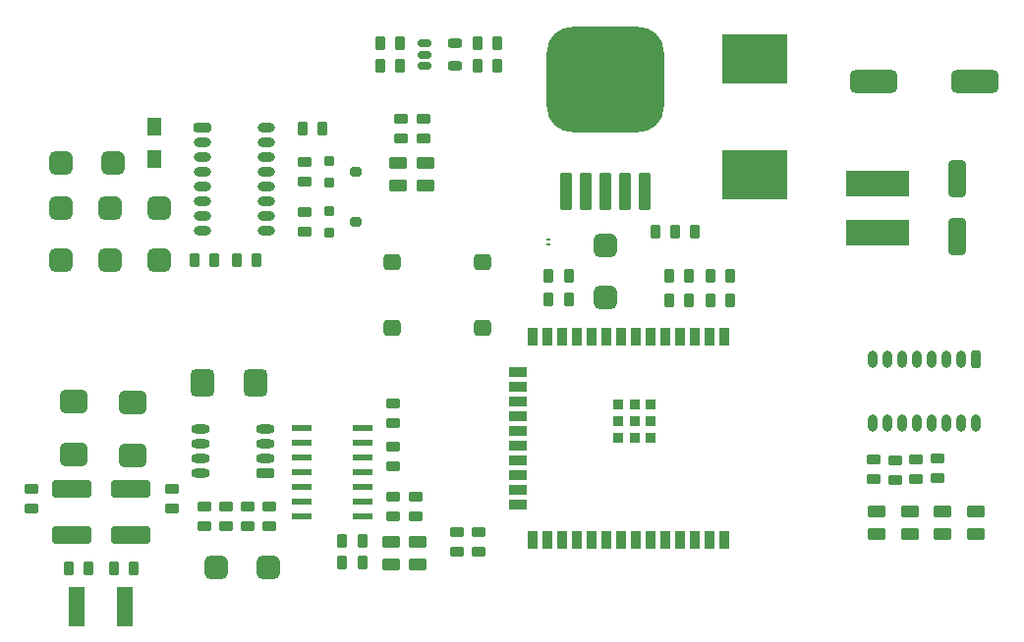
<source format=gbr>
%TF.GenerationSoftware,Altium Limited,Altium Designer,21.3.2 (30)*%
G04 Layer_Color=8421504*
%FSLAX26Y26*%
%MOIN*%
%TF.SameCoordinates,FFAA3912-E1DC-4B59-95C2-56FC1F4E7B50*%
%TF.FilePolarity,Positive*%
%TF.FileFunction,Paste,Top*%
%TF.Part,Single*%
G01*
G75*
%TA.AperFunction,SMDPad,CuDef*%
%ADD10R,0.220472X0.165354*%
%ADD11R,0.216535X0.088583*%
G04:AMPARAMS|DCode=12|XSize=23.622mil|YSize=47.244mil|CornerRadius=5.906mil|HoleSize=0mil|Usage=FLASHONLY|Rotation=90.000|XOffset=0mil|YOffset=0mil|HoleType=Round|Shape=RoundedRectangle|*
%AMROUNDEDRECTD12*
21,1,0.023622,0.035433,0,0,90.0*
21,1,0.011811,0.047244,0,0,90.0*
1,1,0.011811,0.017717,0.005906*
1,1,0.011811,0.017717,-0.005906*
1,1,0.011811,-0.017717,-0.005906*
1,1,0.011811,-0.017717,0.005906*
%
%ADD12ROUNDEDRECTD12*%
G04:AMPARAMS|DCode=13|XSize=31.496mil|YSize=47.244mil|CornerRadius=7.874mil|HoleSize=0mil|Usage=FLASHONLY|Rotation=90.000|XOffset=0mil|YOffset=0mil|HoleType=Round|Shape=RoundedRectangle|*
%AMROUNDEDRECTD13*
21,1,0.031496,0.031496,0,0,90.0*
21,1,0.015748,0.047244,0,0,90.0*
1,1,0.015748,0.015748,0.007874*
1,1,0.015748,0.015748,-0.007874*
1,1,0.015748,-0.015748,-0.007874*
1,1,0.015748,-0.015748,0.007874*
%
%ADD13ROUNDEDRECTD13*%
%ADD14O,0.059843X0.031496*%
G04:AMPARAMS|DCode=15|XSize=31.496mil|YSize=59.843mil|CornerRadius=7.874mil|HoleSize=0mil|Usage=FLASHONLY|Rotation=90.000|XOffset=0mil|YOffset=0mil|HoleType=Round|Shape=RoundedRectangle|*
%AMROUNDEDRECTD15*
21,1,0.031496,0.044094,0,0,90.0*
21,1,0.015748,0.059843,0,0,90.0*
1,1,0.015748,0.022047,0.007874*
1,1,0.015748,0.022047,-0.007874*
1,1,0.015748,-0.022047,-0.007874*
1,1,0.015748,-0.022047,0.007874*
%
%ADD15ROUNDEDRECTD15*%
%ADD16R,0.051181X0.061024*%
G04:AMPARAMS|DCode=17|XSize=47.244mil|YSize=35.433mil|CornerRadius=8.858mil|HoleSize=0mil|Usage=FLASHONLY|Rotation=180.000|XOffset=0mil|YOffset=0mil|HoleType=Round|Shape=RoundedRectangle|*
%AMROUNDEDRECTD17*
21,1,0.047244,0.017717,0,0,180.0*
21,1,0.029528,0.035433,0,0,180.0*
1,1,0.017716,-0.014764,0.008858*
1,1,0.017716,0.014764,0.008858*
1,1,0.017716,0.014764,-0.008858*
1,1,0.017716,-0.014764,-0.008858*
%
%ADD17ROUNDEDRECTD17*%
G04:AMPARAMS|DCode=18|XSize=47.244mil|YSize=35.433mil|CornerRadius=8.858mil|HoleSize=0mil|Usage=FLASHONLY|Rotation=270.000|XOffset=0mil|YOffset=0mil|HoleType=Round|Shape=RoundedRectangle|*
%AMROUNDEDRECTD18*
21,1,0.047244,0.017717,0,0,270.0*
21,1,0.029528,0.035433,0,0,270.0*
1,1,0.017716,-0.008858,-0.014764*
1,1,0.017716,-0.008858,0.014764*
1,1,0.017716,0.008858,0.014764*
1,1,0.017716,0.008858,-0.014764*
%
%ADD18ROUNDEDRECTD18*%
G04:AMPARAMS|DCode=19|XSize=62.992mil|YSize=41.339mil|CornerRadius=10.335mil|HoleSize=0mil|Usage=FLASHONLY|Rotation=180.000|XOffset=0mil|YOffset=0mil|HoleType=Round|Shape=RoundedRectangle|*
%AMROUNDEDRECTD19*
21,1,0.062992,0.020669,0,0,180.0*
21,1,0.042323,0.041339,0,0,180.0*
1,1,0.020669,-0.021162,0.010335*
1,1,0.020669,0.021162,0.010335*
1,1,0.020669,0.021162,-0.010335*
1,1,0.020669,-0.021162,-0.010335*
%
%ADD19ROUNDEDRECTD19*%
G04:AMPARAMS|DCode=20|XSize=135.827mil|YSize=62.992mil|CornerRadius=15.748mil|HoleSize=0mil|Usage=FLASHONLY|Rotation=0.000|XOffset=0mil|YOffset=0mil|HoleType=Round|Shape=RoundedRectangle|*
%AMROUNDEDRECTD20*
21,1,0.135827,0.031496,0,0,0.0*
21,1,0.104331,0.062992,0,0,0.0*
1,1,0.031496,0.052165,-0.015748*
1,1,0.031496,-0.052165,-0.015748*
1,1,0.031496,-0.052165,0.015748*
1,1,0.031496,0.052165,0.015748*
%
%ADD20ROUNDEDRECTD20*%
G04:AMPARAMS|DCode=21|XSize=94.488mil|YSize=82.677mil|CornerRadius=20.669mil|HoleSize=0mil|Usage=FLASHONLY|Rotation=0.000|XOffset=0mil|YOffset=0mil|HoleType=Round|Shape=RoundedRectangle|*
%AMROUNDEDRECTD21*
21,1,0.094488,0.041339,0,0,0.0*
21,1,0.053150,0.082677,0,0,0.0*
1,1,0.041339,0.026575,-0.020669*
1,1,0.041339,-0.026575,-0.020669*
1,1,0.041339,-0.026575,0.020669*
1,1,0.041339,0.026575,0.020669*
%
%ADD21ROUNDEDRECTD21*%
G04:AMPARAMS|DCode=22|XSize=78.74mil|YSize=78.74mil|CornerRadius=19.685mil|HoleSize=0mil|Usage=FLASHONLY|Rotation=270.000|XOffset=0mil|YOffset=0mil|HoleType=Round|Shape=RoundedRectangle|*
%AMROUNDEDRECTD22*
21,1,0.078740,0.039370,0,0,270.0*
21,1,0.039370,0.078740,0,0,270.0*
1,1,0.039370,-0.019685,-0.019685*
1,1,0.039370,-0.019685,0.019685*
1,1,0.039370,0.019685,0.019685*
1,1,0.039370,0.019685,-0.019685*
%
%ADD22ROUNDEDRECTD22*%
G04:AMPARAMS|DCode=23|XSize=59.055mil|YSize=55.118mil|CornerRadius=13.78mil|HoleSize=0mil|Usage=FLASHONLY|Rotation=0.000|XOffset=0mil|YOffset=0mil|HoleType=Round|Shape=RoundedRectangle|*
%AMROUNDEDRECTD23*
21,1,0.059055,0.027559,0,0,0.0*
21,1,0.031496,0.055118,0,0,0.0*
1,1,0.027559,0.015748,-0.013780*
1,1,0.027559,-0.015748,-0.013780*
1,1,0.027559,-0.015748,0.013780*
1,1,0.027559,0.015748,0.013780*
%
%ADD23ROUNDEDRECTD23*%
%ADD24R,0.035433X0.059055*%
%ADD25R,0.059055X0.035433*%
%TA.AperFunction,BGAPad,CuDef*%
%ADD26R,0.035433X0.035433*%
%TA.AperFunction,SMDPad,CuDef*%
G04:AMPARAMS|DCode=27|XSize=125.984mil|YSize=62.992mil|CornerRadius=15.748mil|HoleSize=0mil|Usage=FLASHONLY|Rotation=90.000|XOffset=0mil|YOffset=0mil|HoleType=Round|Shape=RoundedRectangle|*
%AMROUNDEDRECTD27*
21,1,0.125984,0.031496,0,0,90.0*
21,1,0.094488,0.062992,0,0,90.0*
1,1,0.031496,0.015748,0.047244*
1,1,0.031496,0.015748,-0.047244*
1,1,0.031496,-0.015748,-0.047244*
1,1,0.031496,-0.015748,0.047244*
%
%ADD27ROUNDEDRECTD27*%
G04:AMPARAMS|DCode=28|XSize=161.417mil|YSize=78.74mil|CornerRadius=19.685mil|HoleSize=0mil|Usage=FLASHONLY|Rotation=0.000|XOffset=0mil|YOffset=0mil|HoleType=Round|Shape=RoundedRectangle|*
%AMROUNDEDRECTD28*
21,1,0.161417,0.039370,0,0,0.0*
21,1,0.122047,0.078740,0,0,0.0*
1,1,0.039370,0.061024,-0.019685*
1,1,0.039370,-0.061024,-0.019685*
1,1,0.039370,-0.061024,0.019685*
1,1,0.039370,0.061024,0.019685*
%
%ADD28ROUNDEDRECTD28*%
G04:AMPARAMS|DCode=29|XSize=397.638mil|YSize=358.268mil|CornerRadius=89.567mil|HoleSize=0mil|Usage=FLASHONLY|Rotation=180.000|XOffset=0mil|YOffset=0mil|HoleType=Round|Shape=RoundedRectangle|*
%AMROUNDEDRECTD29*
21,1,0.397638,0.179134,0,0,180.0*
21,1,0.218504,0.358268,0,0,180.0*
1,1,0.179134,-0.109252,0.089567*
1,1,0.179134,0.109252,0.089567*
1,1,0.179134,0.109252,-0.089567*
1,1,0.179134,-0.109252,-0.089567*
%
%ADD29ROUNDEDRECTD29*%
G04:AMPARAMS|DCode=30|XSize=43.307mil|YSize=127.953mil|CornerRadius=10.827mil|HoleSize=0mil|Usage=FLASHONLY|Rotation=180.000|XOffset=0mil|YOffset=0mil|HoleType=Round|Shape=RoundedRectangle|*
%AMROUNDEDRECTD30*
21,1,0.043307,0.106299,0,0,180.0*
21,1,0.021654,0.127953,0,0,180.0*
1,1,0.021654,-0.010827,0.053150*
1,1,0.021654,0.010827,0.053150*
1,1,0.021654,0.010827,-0.053150*
1,1,0.021654,-0.010827,-0.053150*
%
%ADD30ROUNDEDRECTD30*%
G04:AMPARAMS|DCode=31|XSize=31.496mil|YSize=35.433mil|CornerRadius=7.874mil|HoleSize=0mil|Usage=FLASHONLY|Rotation=90.000|XOffset=0mil|YOffset=0mil|HoleType=Round|Shape=RoundedRectangle|*
%AMROUNDEDRECTD31*
21,1,0.031496,0.019685,0,0,90.0*
21,1,0.015748,0.035433,0,0,90.0*
1,1,0.015748,0.009843,0.007874*
1,1,0.015748,0.009843,-0.007874*
1,1,0.015748,-0.009843,-0.007874*
1,1,0.015748,-0.009843,0.007874*
%
%ADD31ROUNDEDRECTD31*%
G04:AMPARAMS|DCode=32|XSize=31.496mil|YSize=39.37mil|CornerRadius=7.874mil|HoleSize=0mil|Usage=FLASHONLY|Rotation=90.000|XOffset=0mil|YOffset=0mil|HoleType=Round|Shape=RoundedRectangle|*
%AMROUNDEDRECTD32*
21,1,0.031496,0.023622,0,0,90.0*
21,1,0.015748,0.039370,0,0,90.0*
1,1,0.015748,0.011811,0.007874*
1,1,0.015748,0.011811,-0.007874*
1,1,0.015748,-0.011811,-0.007874*
1,1,0.015748,-0.011811,0.007874*
%
%ADD32ROUNDEDRECTD32*%
G04:AMPARAMS|DCode=33|XSize=78.74mil|YSize=78.74mil|CornerRadius=19.685mil|HoleSize=0mil|Usage=FLASHONLY|Rotation=180.000|XOffset=0mil|YOffset=0mil|HoleType=Round|Shape=RoundedRectangle|*
%AMROUNDEDRECTD33*
21,1,0.078740,0.039370,0,0,180.0*
21,1,0.039370,0.078740,0,0,180.0*
1,1,0.039370,-0.019685,0.019685*
1,1,0.039370,0.019685,0.019685*
1,1,0.039370,0.019685,-0.019685*
1,1,0.039370,-0.019685,-0.019685*
%
%ADD33ROUNDEDRECTD33*%
%ADD34R,0.011811X0.007874*%
%ADD35R,0.055118X0.138189*%
G04:AMPARAMS|DCode=36|XSize=31.496mil|YSize=62.992mil|CornerRadius=7.874mil|HoleSize=0mil|Usage=FLASHONLY|Rotation=270.000|XOffset=0mil|YOffset=0mil|HoleType=Round|Shape=RoundedRectangle|*
%AMROUNDEDRECTD36*
21,1,0.031496,0.047244,0,0,270.0*
21,1,0.015748,0.062992,0,0,270.0*
1,1,0.015748,-0.023622,-0.007874*
1,1,0.015748,-0.023622,0.007874*
1,1,0.015748,0.023622,0.007874*
1,1,0.015748,0.023622,-0.007874*
%
%ADD36ROUNDEDRECTD36*%
%ADD37O,0.062992X0.031496*%
%ADD38R,0.067000X0.021000*%
G04:AMPARAMS|DCode=39|XSize=94.488mil|YSize=82.677mil|CornerRadius=20.669mil|HoleSize=0mil|Usage=FLASHONLY|Rotation=270.000|XOffset=0mil|YOffset=0mil|HoleType=Round|Shape=RoundedRectangle|*
%AMROUNDEDRECTD39*
21,1,0.094488,0.041339,0,0,270.0*
21,1,0.053150,0.082677,0,0,270.0*
1,1,0.041339,-0.020669,-0.026575*
1,1,0.041339,-0.020669,0.026575*
1,1,0.041339,0.020669,0.026575*
1,1,0.041339,0.020669,-0.026575*
%
%ADD39ROUNDEDRECTD39*%
G04:AMPARAMS|DCode=40|XSize=31.496mil|YSize=59.843mil|CornerRadius=7.874mil|HoleSize=0mil|Usage=FLASHONLY|Rotation=0.000|XOffset=0mil|YOffset=0mil|HoleType=Round|Shape=RoundedRectangle|*
%AMROUNDEDRECTD40*
21,1,0.031496,0.044094,0,0,0.0*
21,1,0.015748,0.059843,0,0,0.0*
1,1,0.015748,0.007874,-0.022047*
1,1,0.015748,-0.007874,-0.022047*
1,1,0.015748,-0.007874,0.022047*
1,1,0.015748,0.007874,0.022047*
%
%ADD40ROUNDEDRECTD40*%
%ADD41O,0.031496X0.059843*%
D10*
X4492000Y2725150D02*
D03*
Y3118850D02*
D03*
D11*
X4910000Y2696323D02*
D03*
Y2529000D02*
D03*
D12*
X3373000Y3171260D02*
D03*
Y3133858D02*
D03*
Y3096457D02*
D03*
D13*
X3475362D02*
D03*
Y3171260D02*
D03*
D14*
X2837323Y2537000D02*
D03*
Y2587000D02*
D03*
Y2637000D02*
D03*
Y2687000D02*
D03*
Y2737000D02*
D03*
Y2787000D02*
D03*
Y2837000D02*
D03*
Y2887000D02*
D03*
X2620000Y2537000D02*
D03*
Y2587000D02*
D03*
Y2637000D02*
D03*
Y2687000D02*
D03*
Y2737000D02*
D03*
Y2787000D02*
D03*
Y2837000D02*
D03*
D15*
Y2887000D02*
D03*
D16*
X2456000Y2889647D02*
D03*
Y2777442D02*
D03*
D17*
X3266000Y1882071D02*
D03*
Y1949000D02*
D03*
X3265000Y1801465D02*
D03*
Y1734535D02*
D03*
X3343126Y1633315D02*
D03*
Y1566386D02*
D03*
X3267874D02*
D03*
Y1633315D02*
D03*
X5113000Y1694535D02*
D03*
Y1761465D02*
D03*
X5040825Y1693000D02*
D03*
Y1759929D02*
D03*
X4968650Y1690000D02*
D03*
Y1756929D02*
D03*
X4896475Y1690903D02*
D03*
Y1757833D02*
D03*
X2847968Y1598520D02*
D03*
Y1531591D02*
D03*
X2772968Y1531591D02*
D03*
Y1598520D02*
D03*
X2700356Y1531591D02*
D03*
Y1598520D02*
D03*
X2627000Y1598520D02*
D03*
Y1531591D02*
D03*
X2966000Y2702535D02*
D03*
Y2769465D02*
D03*
Y2599465D02*
D03*
Y2532535D02*
D03*
X3370126Y2916929D02*
D03*
Y2850000D02*
D03*
X3484000Y1511465D02*
D03*
Y1444535D02*
D03*
X3557000Y1511465D02*
D03*
Y1444535D02*
D03*
X2518000Y1592006D02*
D03*
Y1658935D02*
D03*
X3292040Y2916929D02*
D03*
Y2850000D02*
D03*
X2041000Y1592006D02*
D03*
Y1658935D02*
D03*
D18*
X3094535Y1482543D02*
D03*
X3161465D02*
D03*
X3094535Y1410000D02*
D03*
X3161465D02*
D03*
X3618465Y3096457D02*
D03*
X3551535D02*
D03*
X3618465Y3171260D02*
D03*
X3551535D02*
D03*
X3289465Y3096457D02*
D03*
X3222535D02*
D03*
Y3171260D02*
D03*
X3289465D02*
D03*
X2232000Y1389000D02*
D03*
X2165071D02*
D03*
X2321000D02*
D03*
X2387929D02*
D03*
X2737071Y2436417D02*
D03*
X2804000D02*
D03*
X2659000D02*
D03*
X2592071D02*
D03*
X3861465Y2303000D02*
D03*
X3794535D02*
D03*
Y2382000D02*
D03*
X3861465D02*
D03*
X4202740Y2299095D02*
D03*
X4269669D02*
D03*
X4411205D02*
D03*
X4344276D02*
D03*
X4202740Y2381095D02*
D03*
X4269669D02*
D03*
X4411205D02*
D03*
X4344276D02*
D03*
X4223000Y2531000D02*
D03*
X4156071D02*
D03*
X4290000D02*
D03*
X4223071D02*
D03*
X2958535Y2881000D02*
D03*
X3025465D02*
D03*
D19*
X3378000Y2689345D02*
D03*
Y2766117D02*
D03*
X3284166Y2689345D02*
D03*
Y2766117D02*
D03*
X5130142Y1505596D02*
D03*
Y1582368D02*
D03*
X5241475Y1505596D02*
D03*
Y1582368D02*
D03*
X5018809Y1505596D02*
D03*
Y1582368D02*
D03*
X4907475D02*
D03*
Y1505596D02*
D03*
X3351000Y1478772D02*
D03*
Y1402000D02*
D03*
X3260000Y1478772D02*
D03*
Y1402000D02*
D03*
D20*
X2377613Y1658935D02*
D03*
Y1501455D02*
D03*
X2177613D02*
D03*
Y1658935D02*
D03*
D21*
X2384000Y1953000D02*
D03*
Y1773000D02*
D03*
X2184000Y1957000D02*
D03*
Y1777000D02*
D03*
D22*
X2843583Y1393000D02*
D03*
X2666417D02*
D03*
X2139000Y2767000D02*
D03*
X2316166D02*
D03*
D23*
X3262457Y2207000D02*
D03*
X3569543D02*
D03*
X3262457Y2428000D02*
D03*
X3569543D02*
D03*
D24*
X3740102Y2174488D02*
D03*
X3790102D02*
D03*
X3840102D02*
D03*
X3890102D02*
D03*
X3940102D02*
D03*
X3990102D02*
D03*
X4040102D02*
D03*
X4090102D02*
D03*
X4140102D02*
D03*
X4190102D02*
D03*
X4240102D02*
D03*
X4290102D02*
D03*
X4340102D02*
D03*
X4390102D02*
D03*
X3740102Y1485512D02*
D03*
X3790102D02*
D03*
X3840102D02*
D03*
X3890102D02*
D03*
X3940102D02*
D03*
X3990102D02*
D03*
X4040102D02*
D03*
X4090102D02*
D03*
X4140102D02*
D03*
X4190102D02*
D03*
X4240102D02*
D03*
X4290102D02*
D03*
X4340102D02*
D03*
X4390102D02*
D03*
D25*
X3690890Y1805000D02*
D03*
Y1755000D02*
D03*
Y1705000D02*
D03*
Y1655000D02*
D03*
Y1605000D02*
D03*
Y1855000D02*
D03*
Y1905000D02*
D03*
Y1955000D02*
D03*
Y2005000D02*
D03*
Y2055000D02*
D03*
D26*
X4086165Y1889055D02*
D03*
Y1944173D02*
D03*
Y1833937D02*
D03*
X4141283Y1889055D02*
D03*
Y1944173D02*
D03*
Y1833937D02*
D03*
X4031047Y1889055D02*
D03*
Y1944173D02*
D03*
Y1833937D02*
D03*
D27*
X5180000Y2514236D02*
D03*
Y2711087D02*
D03*
D28*
X4897740Y3043803D02*
D03*
X5240260D02*
D03*
D29*
X3986000Y3049921D02*
D03*
D30*
X4119858Y2668032D02*
D03*
X4052929D02*
D03*
X3986000D02*
D03*
X3919071D02*
D03*
X3852142D02*
D03*
D31*
X3050449Y2529130D02*
D03*
Y2603933D02*
D03*
Y2699130D02*
D03*
Y2773933D02*
D03*
D32*
X3141000Y2566532D02*
D03*
Y2736532D02*
D03*
D33*
X2139000Y2613583D02*
D03*
Y2436417D02*
D03*
X2306500Y2613583D02*
D03*
Y2436417D02*
D03*
X2474000Y2613583D02*
D03*
Y2436417D02*
D03*
X3988000Y2484583D02*
D03*
Y2307417D02*
D03*
D34*
X3793000Y2505748D02*
D03*
Y2490000D02*
D03*
D35*
X2194016Y1260000D02*
D03*
X2355984D02*
D03*
D36*
X2831968Y1712055D02*
D03*
D37*
Y1762055D02*
D03*
Y1812055D02*
D03*
Y1862055D02*
D03*
X2612284Y1712055D02*
D03*
Y1762055D02*
D03*
Y1812055D02*
D03*
Y1862055D02*
D03*
D38*
X2957968Y1567055D02*
D03*
Y1617055D02*
D03*
Y1667055D02*
D03*
Y1717055D02*
D03*
Y1767055D02*
D03*
Y1817055D02*
D03*
Y1867055D02*
D03*
X3161968D02*
D03*
Y1817055D02*
D03*
Y1767055D02*
D03*
Y1717055D02*
D03*
Y1667055D02*
D03*
Y1617055D02*
D03*
Y1567055D02*
D03*
D39*
X2799000Y2020000D02*
D03*
X2619000D02*
D03*
D40*
X5243309Y2098251D02*
D03*
D41*
X5193309D02*
D03*
X5143309D02*
D03*
X5093309D02*
D03*
X5043309D02*
D03*
X4993309D02*
D03*
X4943309D02*
D03*
X4893309D02*
D03*
X5243309Y1880928D02*
D03*
X5193309D02*
D03*
X5143309D02*
D03*
X5093309D02*
D03*
X5043309D02*
D03*
X4993309D02*
D03*
X4943309D02*
D03*
X4893309D02*
D03*
%TF.MD5,6c7702bf99b256a22ed8e98f56a59630*%
M02*

</source>
